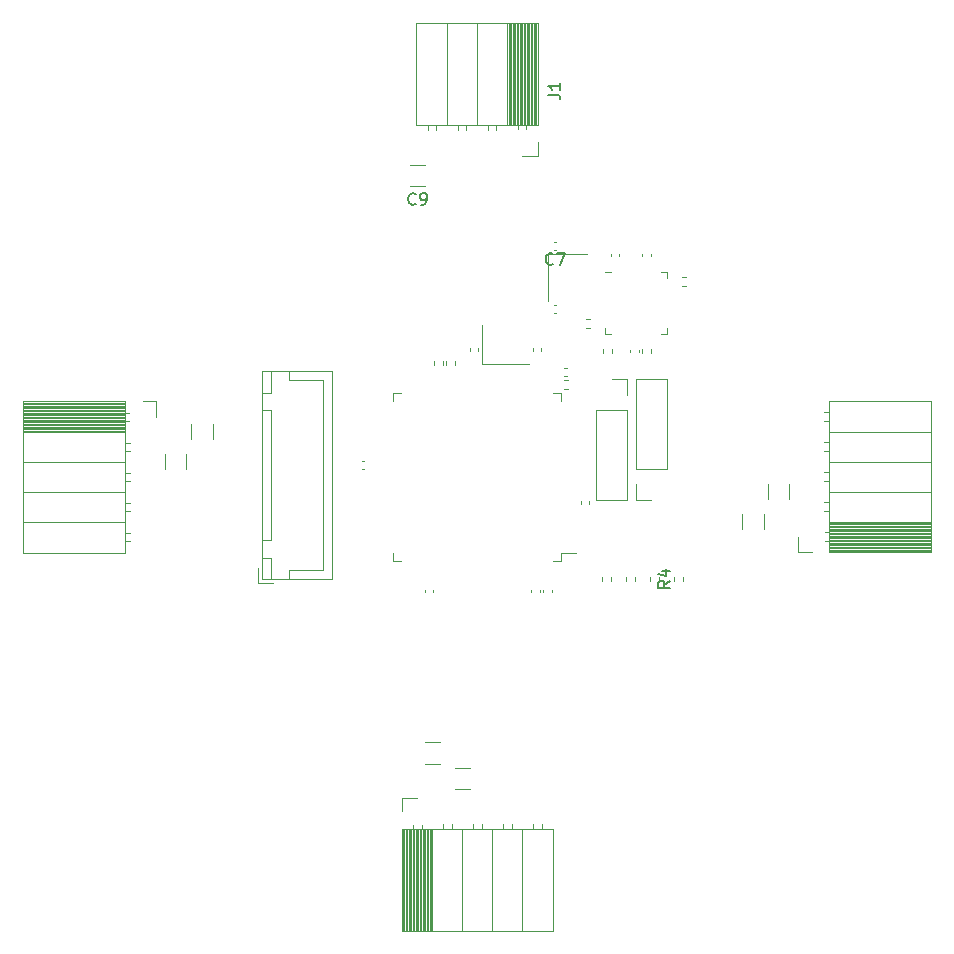
<source format=gbr>
%TF.GenerationSoftware,KiCad,Pcbnew,(6.0.5)*%
%TF.CreationDate,2023-03-02T23:20:37+09:00*%
%TF.ProjectId,line_Inergrate,6c696e65-5f49-46e6-9572-67726174652e,rev?*%
%TF.SameCoordinates,Original*%
%TF.FileFunction,Legend,Top*%
%TF.FilePolarity,Positive*%
%FSLAX46Y46*%
G04 Gerber Fmt 4.6, Leading zero omitted, Abs format (unit mm)*
G04 Created by KiCad (PCBNEW (6.0.5)) date 2023-03-02 23:20:37*
%MOMM*%
%LPD*%
G01*
G04 APERTURE LIST*
%ADD10C,0.150000*%
%ADD11C,0.120000*%
%ADD12C,0.100000*%
G04 APERTURE END LIST*
D10*
%TO.C,C7*%
X152487333Y-83559142D02*
X152439714Y-83606761D01*
X152296857Y-83654380D01*
X152201619Y-83654380D01*
X152058761Y-83606761D01*
X151963523Y-83511523D01*
X151915904Y-83416285D01*
X151868285Y-83225809D01*
X151868285Y-83082952D01*
X151915904Y-82892476D01*
X151963523Y-82797238D01*
X152058761Y-82702000D01*
X152201619Y-82654380D01*
X152296857Y-82654380D01*
X152439714Y-82702000D01*
X152487333Y-82749619D01*
X152820666Y-82654380D02*
X153487333Y-82654380D01*
X153058761Y-83654380D01*
%TO.C,C9*%
X140843333Y-78480142D02*
X140795714Y-78527761D01*
X140652857Y-78575380D01*
X140557619Y-78575380D01*
X140414761Y-78527761D01*
X140319523Y-78432523D01*
X140271904Y-78337285D01*
X140224285Y-78146809D01*
X140224285Y-78003952D01*
X140271904Y-77813476D01*
X140319523Y-77718238D01*
X140414761Y-77623000D01*
X140557619Y-77575380D01*
X140652857Y-77575380D01*
X140795714Y-77623000D01*
X140843333Y-77670619D01*
X141319523Y-78575380D02*
X141510000Y-78575380D01*
X141605238Y-78527761D01*
X141652857Y-78480142D01*
X141748095Y-78337285D01*
X141795714Y-78146809D01*
X141795714Y-77765857D01*
X141748095Y-77670619D01*
X141700476Y-77623000D01*
X141605238Y-77575380D01*
X141414761Y-77575380D01*
X141319523Y-77623000D01*
X141271904Y-77670619D01*
X141224285Y-77765857D01*
X141224285Y-78003952D01*
X141271904Y-78099190D01*
X141319523Y-78146809D01*
X141414761Y-78194428D01*
X141605238Y-78194428D01*
X141700476Y-78146809D01*
X141748095Y-78099190D01*
X141795714Y-78003952D01*
%TO.C,R4*%
X162375380Y-110400666D02*
X161899190Y-110734000D01*
X162375380Y-110972095D02*
X161375380Y-110972095D01*
X161375380Y-110591142D01*
X161423000Y-110495904D01*
X161470619Y-110448285D01*
X161565857Y-110400666D01*
X161708714Y-110400666D01*
X161803952Y-110448285D01*
X161851571Y-110495904D01*
X161899190Y-110591142D01*
X161899190Y-110972095D01*
X161708714Y-109543523D02*
X162375380Y-109543523D01*
X161327761Y-109781619D02*
X162042047Y-110019714D01*
X162042047Y-109400666D01*
%TO.C,J1*%
X152082380Y-69232333D02*
X152796666Y-69232333D01*
X152939523Y-69279952D01*
X153034761Y-69375190D01*
X153082380Y-69518047D01*
X153082380Y-69613285D01*
X153082380Y-68232333D02*
X153082380Y-68803761D01*
X153082380Y-68518047D02*
X152082380Y-68518047D01*
X152225238Y-68613285D01*
X152320476Y-68708523D01*
X152368095Y-68803761D01*
D11*
%TO.C,J4*%
X107639000Y-95802380D02*
X116269000Y-95802380D01*
X116269000Y-96900000D02*
X116619000Y-96900000D01*
X116269000Y-101980000D02*
X116679000Y-101980000D01*
X116269000Y-95210000D02*
X116269000Y-108030000D01*
X107639000Y-96629045D02*
X116269000Y-96629045D01*
X107639000Y-97573805D02*
X116269000Y-97573805D01*
X107639000Y-95448095D02*
X116269000Y-95448095D01*
X107639000Y-105430000D02*
X116269000Y-105430000D01*
X116269000Y-103800000D02*
X116679000Y-103800000D01*
X116269000Y-98720000D02*
X116679000Y-98720000D01*
X117729000Y-95210000D02*
X118839000Y-95210000D01*
X107639000Y-95684285D02*
X116269000Y-95684285D01*
X116269000Y-106340000D02*
X116679000Y-106340000D01*
X107639000Y-100350000D02*
X116269000Y-100350000D01*
X116269000Y-101260000D02*
X116679000Y-101260000D01*
X116269000Y-104520000D02*
X116679000Y-104520000D01*
X107639000Y-95330000D02*
X116269000Y-95330000D01*
X107639000Y-96865235D02*
X116269000Y-96865235D01*
X107639000Y-97337615D02*
X116269000Y-97337615D01*
X107639000Y-96156665D02*
X116269000Y-96156665D01*
X107639000Y-95210000D02*
X116269000Y-95210000D01*
X116269000Y-107060000D02*
X116679000Y-107060000D01*
X107639000Y-108030000D02*
X116269000Y-108030000D01*
X107639000Y-96038570D02*
X116269000Y-96038570D01*
X116269000Y-96180000D02*
X116619000Y-96180000D01*
X116269000Y-99440000D02*
X116679000Y-99440000D01*
X107639000Y-102890000D02*
X116269000Y-102890000D01*
X107639000Y-97810000D02*
X116269000Y-97810000D01*
X107639000Y-97691900D02*
X116269000Y-97691900D01*
X107639000Y-95210000D02*
X107639000Y-108030000D01*
X107639000Y-97219520D02*
X116269000Y-97219520D01*
X118839000Y-95210000D02*
X118839000Y-96540000D01*
X107639000Y-95566190D02*
X116269000Y-95566190D01*
X107639000Y-95920475D02*
X116269000Y-95920475D01*
X107639000Y-96510950D02*
X116269000Y-96510950D01*
X107639000Y-96274760D02*
X116269000Y-96274760D01*
X107639000Y-96747140D02*
X116269000Y-96747140D01*
X107639000Y-97101425D02*
X116269000Y-97101425D01*
X107639000Y-97455710D02*
X116269000Y-97455710D01*
X107639000Y-96392855D02*
X116269000Y-96392855D01*
X107639000Y-96983330D02*
X116269000Y-96983330D01*
%TO.C,U2*%
X162122000Y-84258000D02*
X162122000Y-84733000D01*
X157377000Y-84258000D02*
X156902000Y-84258000D01*
X157377000Y-89478000D02*
X156902000Y-89478000D01*
X161647000Y-84258000D02*
X162122000Y-84258000D01*
X161647000Y-89478000D02*
X162122000Y-89478000D01*
X156902000Y-89478000D02*
X156902000Y-89003000D01*
X162122000Y-89478000D02*
X162122000Y-89003000D01*
D12*
%TO.C,D2*%
X160095000Y-109144000D02*
G75*
G03*
X160095000Y-109144000I-50000J0D01*
G01*
D11*
%TO.C,C7*%
X152761836Y-81682000D02*
X152546164Y-81682000D01*
X152761836Y-82402000D02*
X152546164Y-82402000D01*
%TO.C,C19*%
X144207000Y-126207000D02*
X145465000Y-126207000D01*
X144207000Y-128047000D02*
X145465000Y-128047000D01*
%TO.C,C12*%
X168498000Y-106039000D02*
X168498000Y-104781000D01*
X170338000Y-106039000D02*
X170338000Y-104781000D01*
%TO.C,C14*%
X159025000Y-90852164D02*
X159025000Y-91067836D01*
X159745000Y-90852164D02*
X159745000Y-91067836D01*
%TO.C,C5*%
X142346000Y-111359836D02*
X142346000Y-111144164D01*
X141626000Y-111359836D02*
X141626000Y-111144164D01*
%TO.C,C6*%
X152379000Y-111359836D02*
X152379000Y-111144164D01*
X151659000Y-111359836D02*
X151659000Y-111144164D01*
%TO.C,U1*%
X153160000Y-108010000D02*
X154450000Y-108010000D01*
X152460000Y-108710000D02*
X153160000Y-108710000D01*
X153160000Y-108710000D02*
X153160000Y-108010000D01*
X139640000Y-108710000D02*
X138940000Y-108710000D01*
X153160000Y-94490000D02*
X153160000Y-95190000D01*
X138940000Y-94490000D02*
X138940000Y-95190000D01*
X152460000Y-94490000D02*
X153160000Y-94490000D01*
X138940000Y-108710000D02*
X138940000Y-108010000D01*
X139640000Y-94490000D02*
X138940000Y-94490000D01*
%TO.C,C16*%
X153435164Y-92350000D02*
X153650836Y-92350000D01*
X153435164Y-93070000D02*
X153650836Y-93070000D01*
%TO.C,C2*%
X151490000Y-90912836D02*
X151490000Y-90697164D01*
X150770000Y-90912836D02*
X150770000Y-90697164D01*
%TO.C,R10*%
X142404000Y-91794359D02*
X142404000Y-92101641D01*
X143164000Y-91794359D02*
X143164000Y-92101641D01*
%TO.C,J2*%
X184461000Y-105626195D02*
X175831000Y-105626195D01*
X184461000Y-106334765D02*
X175831000Y-106334765D01*
X175831000Y-107990000D02*
X175831000Y-95170000D01*
X175831000Y-103760000D02*
X175421000Y-103760000D01*
X175831000Y-98680000D02*
X175421000Y-98680000D01*
X184461000Y-107161430D02*
X175831000Y-107161430D01*
X184461000Y-106098575D02*
X175831000Y-106098575D01*
X175831000Y-104480000D02*
X175421000Y-104480000D01*
X184461000Y-106925240D02*
X175831000Y-106925240D01*
X175831000Y-96140000D02*
X175421000Y-96140000D01*
X175831000Y-96860000D02*
X175421000Y-96860000D01*
X174371000Y-107990000D02*
X173261000Y-107990000D01*
X184461000Y-107990000D02*
X184461000Y-95170000D01*
X184461000Y-106807145D02*
X175831000Y-106807145D01*
X184461000Y-105390000D02*
X175831000Y-105390000D01*
X184461000Y-107397620D02*
X175831000Y-107397620D01*
X184461000Y-106216670D02*
X175831000Y-106216670D01*
X184461000Y-100310000D02*
X175831000Y-100310000D01*
X175831000Y-106300000D02*
X175481000Y-106300000D01*
X184461000Y-97770000D02*
X175831000Y-97770000D01*
X175831000Y-99400000D02*
X175421000Y-99400000D01*
X184461000Y-95170000D02*
X175831000Y-95170000D01*
X184461000Y-107043335D02*
X175831000Y-107043335D01*
X184461000Y-106689050D02*
X175831000Y-106689050D01*
X184461000Y-107751905D02*
X175831000Y-107751905D01*
X184461000Y-107990000D02*
X175831000Y-107990000D01*
X175831000Y-101220000D02*
X175421000Y-101220000D01*
X173261000Y-107990000D02*
X173261000Y-106660000D01*
X184461000Y-105744290D02*
X175831000Y-105744290D01*
X184461000Y-107633810D02*
X175831000Y-107633810D01*
X184461000Y-105980480D02*
X175831000Y-105980480D01*
X175831000Y-107020000D02*
X175481000Y-107020000D01*
X184461000Y-102850000D02*
X175831000Y-102850000D01*
X184461000Y-105508100D02*
X175831000Y-105508100D01*
X184461000Y-106452860D02*
X175831000Y-106452860D01*
X184461000Y-107515715D02*
X175831000Y-107515715D01*
X175831000Y-101940000D02*
X175421000Y-101940000D01*
X184461000Y-107279525D02*
X175831000Y-107279525D01*
X184461000Y-105862385D02*
X175831000Y-105862385D01*
X184461000Y-106570955D02*
X175831000Y-106570955D01*
X184461000Y-107870000D02*
X175831000Y-107870000D01*
%TO.C,R7*%
X155599641Y-88266000D02*
X155292359Y-88266000D01*
X155599641Y-89026000D02*
X155292359Y-89026000D01*
%TO.C,C8*%
X152761836Y-87736000D02*
X152546164Y-87736000D01*
X152761836Y-87016000D02*
X152546164Y-87016000D01*
%TO.C,C9*%
X141639000Y-76993000D02*
X140381000Y-76993000D01*
X141639000Y-75153000D02*
X140381000Y-75153000D01*
%TO.C,C3*%
X154834000Y-103866836D02*
X154834000Y-103651164D01*
X155554000Y-103866836D02*
X155554000Y-103651164D01*
%TO.C,C18*%
X121815000Y-97102000D02*
X121815000Y-98360000D01*
X123655000Y-97102000D02*
X123655000Y-98360000D01*
D12*
%TO.C,D3*%
X164159000Y-109144000D02*
G75*
G03*
X164159000Y-109144000I-50000J0D01*
G01*
D11*
%TO.C,C4*%
X136290164Y-100944000D02*
X136505836Y-100944000D01*
X136290164Y-100224000D02*
X136505836Y-100224000D01*
%TO.C,J7*%
X127835000Y-94473000D02*
X128585000Y-94473000D01*
X127825000Y-110283000D02*
X133795000Y-110283000D01*
X128585000Y-95973000D02*
X127835000Y-95973000D01*
X133795000Y-92663000D02*
X127825000Y-92663000D01*
X133795000Y-110283000D02*
X133795000Y-92663000D01*
X128585000Y-106973000D02*
X128585000Y-95973000D01*
X127835000Y-110273000D02*
X128585000Y-110273000D01*
X133035000Y-109523000D02*
X133035000Y-101473000D01*
X133035000Y-93423000D02*
X133035000Y-101473000D01*
X130085000Y-93423000D02*
X133035000Y-93423000D01*
X127835000Y-108473000D02*
X127835000Y-110273000D01*
X127535000Y-109323000D02*
X127535000Y-110573000D01*
X128585000Y-92673000D02*
X127835000Y-92673000D01*
X130085000Y-92673000D02*
X130085000Y-93423000D01*
X127835000Y-92673000D02*
X127835000Y-94473000D01*
X127825000Y-92663000D02*
X127825000Y-110283000D01*
X127835000Y-106973000D02*
X128585000Y-106973000D01*
X128585000Y-108473000D02*
X127835000Y-108473000D01*
X127535000Y-110573000D02*
X128785000Y-110573000D01*
X127835000Y-95973000D02*
X127835000Y-106973000D01*
X128585000Y-94473000D02*
X128585000Y-92673000D01*
X130085000Y-110273000D02*
X130085000Y-109523000D01*
X130085000Y-109523000D02*
X133035000Y-109523000D01*
X128585000Y-110273000D02*
X128585000Y-108473000D01*
%TO.C,R3*%
X159409000Y-110387641D02*
X159409000Y-110080359D01*
X158649000Y-110387641D02*
X158649000Y-110080359D01*
%TO.C,R1*%
X163729641Y-85470000D02*
X163422359Y-85470000D01*
X163729641Y-84710000D02*
X163422359Y-84710000D01*
%TO.C,J6*%
X156121000Y-95895000D02*
X158781000Y-95895000D01*
X157451000Y-93295000D02*
X158781000Y-93295000D01*
X156121000Y-103575000D02*
X158781000Y-103575000D01*
X158781000Y-95895000D02*
X158781000Y-103575000D01*
X158781000Y-93295000D02*
X158781000Y-94625000D01*
X156121000Y-95895000D02*
X156121000Y-103575000D01*
%TO.C,C1*%
X145436000Y-90912836D02*
X145436000Y-90697164D01*
X146156000Y-90912836D02*
X146156000Y-90697164D01*
D12*
%TO.C,D1*%
X162127000Y-109144000D02*
G75*
G03*
X162127000Y-109144000I-50000J0D01*
G01*
D11*
%TO.C,R5*%
X157377000Y-110385641D02*
X157377000Y-110078359D01*
X156617000Y-110385641D02*
X156617000Y-110078359D01*
%TO.C,C13*%
X157374000Y-82696164D02*
X157374000Y-82911836D01*
X158094000Y-82696164D02*
X158094000Y-82911836D01*
%TO.C,R4*%
X162713000Y-110387641D02*
X162713000Y-110080359D01*
X163473000Y-110387641D02*
X163473000Y-110080359D01*
%TO.C,R9*%
X144141000Y-91796359D02*
X144141000Y-92103641D01*
X143381000Y-91796359D02*
X143381000Y-92103641D01*
%TO.C,Y2*%
X152020000Y-82709000D02*
X152020000Y-86709000D01*
X155320000Y-82709000D02*
X152020000Y-82709000D01*
%TO.C,R11*%
X153398359Y-94139000D02*
X153705641Y-94139000D01*
X153398359Y-93379000D02*
X153705641Y-93379000D01*
%TO.C,C17*%
X119603000Y-99701000D02*
X119603000Y-100959000D01*
X121443000Y-99701000D02*
X121443000Y-100959000D01*
%TO.C,J1*%
X150715715Y-63189000D02*
X150715715Y-71819000D01*
X151190000Y-73279000D02*
X151190000Y-74389000D01*
X149062385Y-63189000D02*
X149062385Y-71819000D01*
X149652860Y-63189000D02*
X149652860Y-71819000D01*
X147680000Y-71819000D02*
X147680000Y-72229000D01*
X143510000Y-63189000D02*
X143510000Y-71819000D01*
X149298575Y-63189000D02*
X149298575Y-71819000D01*
X150243335Y-63189000D02*
X150243335Y-71819000D01*
X144420000Y-71819000D02*
X144420000Y-72229000D01*
X146960000Y-71819000D02*
X146960000Y-72229000D01*
X150007145Y-63189000D02*
X150007145Y-71819000D01*
X151190000Y-71819000D02*
X140910000Y-71819000D01*
X141880000Y-71819000D02*
X141880000Y-72229000D01*
X150479525Y-63189000D02*
X150479525Y-71819000D01*
X149180480Y-63189000D02*
X149180480Y-71819000D01*
X149770955Y-63189000D02*
X149770955Y-71819000D01*
X140910000Y-63189000D02*
X140910000Y-71819000D01*
X150220000Y-71819000D02*
X150220000Y-72169000D01*
X151190000Y-63189000D02*
X151190000Y-71819000D01*
X151070000Y-63189000D02*
X151070000Y-71819000D01*
X150951905Y-63189000D02*
X150951905Y-71819000D01*
X150125240Y-63189000D02*
X150125240Y-71819000D01*
X149416670Y-63189000D02*
X149416670Y-71819000D01*
X149500000Y-71819000D02*
X149500000Y-72169000D01*
X149534765Y-63189000D02*
X149534765Y-71819000D01*
X150833810Y-63189000D02*
X150833810Y-71819000D01*
X145140000Y-71819000D02*
X145140000Y-72229000D01*
X148826195Y-63189000D02*
X148826195Y-71819000D01*
X149889050Y-63189000D02*
X149889050Y-71819000D01*
X148708100Y-63189000D02*
X148708100Y-71819000D01*
X150597620Y-63189000D02*
X150597620Y-71819000D01*
X148590000Y-63189000D02*
X148590000Y-71819000D01*
X142600000Y-71819000D02*
X142600000Y-72229000D01*
X151190000Y-74389000D02*
X149860000Y-74389000D01*
X150361430Y-63189000D02*
X150361430Y-71819000D01*
X151190000Y-63189000D02*
X140910000Y-63189000D01*
X148944290Y-63189000D02*
X148944290Y-71819000D01*
X146050000Y-63189000D02*
X146050000Y-71819000D01*
%TO.C,R8*%
X156719000Y-90778359D02*
X156719000Y-91085641D01*
X157479000Y-90778359D02*
X157479000Y-91085641D01*
%TO.C,R2*%
X161441000Y-110387641D02*
X161441000Y-110080359D01*
X160681000Y-110387641D02*
X160681000Y-110080359D01*
%TO.C,C10*%
X160041000Y-82911836D02*
X160041000Y-82696164D01*
X160761000Y-82911836D02*
X160761000Y-82696164D01*
%TO.C,J3*%
X162137000Y-93285000D02*
X159477000Y-93285000D01*
X162137000Y-100965000D02*
X162137000Y-93285000D01*
X159477000Y-103565000D02*
X159477000Y-102235000D01*
X162137000Y-100965000D02*
X159477000Y-100965000D01*
X159477000Y-100965000D02*
X159477000Y-93285000D01*
X160807000Y-103565000D02*
X159477000Y-103565000D01*
%TO.C,Y1*%
X146463000Y-88774000D02*
X146463000Y-92074000D01*
X146463000Y-92074000D02*
X150463000Y-92074000D01*
%TO.C,C20*%
X141611000Y-125888000D02*
X142869000Y-125888000D01*
X141611000Y-124048000D02*
X142869000Y-124048000D01*
%TO.C,R6*%
X160781000Y-91113641D02*
X160781000Y-90806359D01*
X160021000Y-91113641D02*
X160021000Y-90806359D01*
D12*
%TO.C,D4*%
X158063000Y-109142000D02*
G75*
G03*
X158063000Y-109142000I-50000J0D01*
G01*
D11*
%TO.C,J5*%
X141787615Y-140011000D02*
X141787615Y-131381000D01*
X140370475Y-140011000D02*
X140370475Y-131381000D01*
X141669520Y-140011000D02*
X141669520Y-131381000D01*
X140724760Y-140011000D02*
X140724760Y-131381000D01*
X148970000Y-131381000D02*
X148970000Y-130971000D01*
X140606665Y-140011000D02*
X140606665Y-131381000D01*
X139780000Y-140011000D02*
X139780000Y-131381000D01*
X146430000Y-131381000D02*
X146430000Y-130971000D01*
X149880000Y-140011000D02*
X149880000Y-131381000D01*
X152480000Y-140011000D02*
X152480000Y-131381000D01*
X140252380Y-140011000D02*
X140252380Y-131381000D01*
X141551425Y-140011000D02*
X141551425Y-131381000D01*
X140016190Y-140011000D02*
X140016190Y-131381000D01*
X143170000Y-131381000D02*
X143170000Y-130971000D01*
X141079045Y-140011000D02*
X141079045Y-131381000D01*
X139660000Y-128811000D02*
X140990000Y-128811000D01*
X147340000Y-140011000D02*
X147340000Y-131381000D01*
X140488570Y-140011000D02*
X140488570Y-131381000D01*
X140630000Y-131381000D02*
X140630000Y-131031000D01*
X150790000Y-131381000D02*
X150790000Y-130971000D01*
X139660000Y-129921000D02*
X139660000Y-128811000D01*
X140960950Y-140011000D02*
X140960950Y-131381000D01*
X140134285Y-140011000D02*
X140134285Y-131381000D01*
X142141900Y-140011000D02*
X142141900Y-131381000D01*
X144800000Y-140011000D02*
X144800000Y-131381000D01*
X139660000Y-131381000D02*
X152480000Y-131381000D01*
X142023805Y-140011000D02*
X142023805Y-131381000D01*
X139898095Y-140011000D02*
X139898095Y-131381000D01*
X142260000Y-140011000D02*
X142260000Y-131381000D01*
X141350000Y-131381000D02*
X141350000Y-131031000D01*
X141433330Y-140011000D02*
X141433330Y-131381000D01*
X141197140Y-140011000D02*
X141197140Y-131381000D01*
X151510000Y-131381000D02*
X151510000Y-130971000D01*
X139660000Y-140011000D02*
X139660000Y-131381000D01*
X140842855Y-140011000D02*
X140842855Y-131381000D01*
X148250000Y-131381000D02*
X148250000Y-130971000D01*
X145710000Y-131381000D02*
X145710000Y-130971000D01*
X141905710Y-140011000D02*
X141905710Y-131381000D01*
X141315235Y-140011000D02*
X141315235Y-131381000D01*
X143890000Y-131381000D02*
X143890000Y-130971000D01*
X139660000Y-140011000D02*
X152480000Y-140011000D01*
%TO.C,C11*%
X172497000Y-103499000D02*
X172497000Y-102241000D01*
X170657000Y-103499000D02*
X170657000Y-102241000D01*
%TO.C,C15*%
X150643000Y-111144164D02*
X150643000Y-111359836D01*
X151363000Y-111144164D02*
X151363000Y-111359836D01*
%TD*%
M02*

</source>
